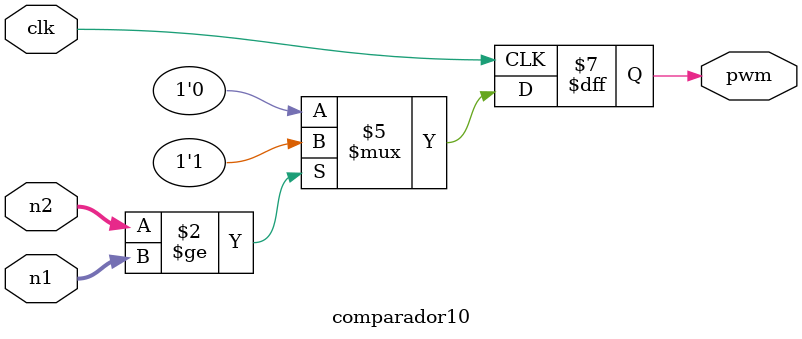
<source format=v>
`timescale 1ns / 1ps
module comparador10(
    input wire [9:0] n1,
    input wire [9:0] n2,
	 input wire clk,
    output reg pwm
    );
	initial pwm=1'b0;
	always @(posedge clk)	
	if (n2>=n1)
		pwm<=1'b1;
	else pwm<=1'b0;

endmodule

</source>
